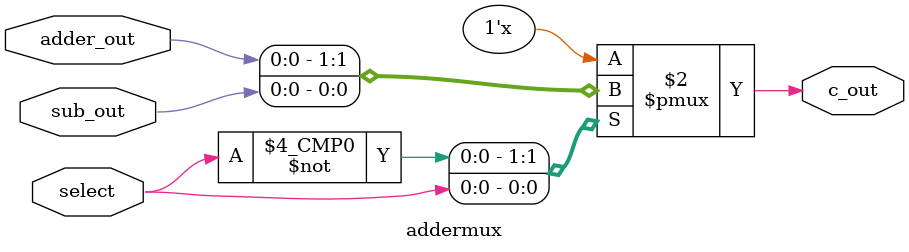
<source format=v>
`timescale 1ns / 1ps


module addermux(c_out, adder_out, sub_out, select);
input adder_out, sub_out; 
input select;
output reg c_out;

always @(*)
begin
case(select)
1'b0: c_out = adder_out;
1'b1: c_out = sub_out;
default:c_out = 0;
endcase
end

endmodule
</source>
